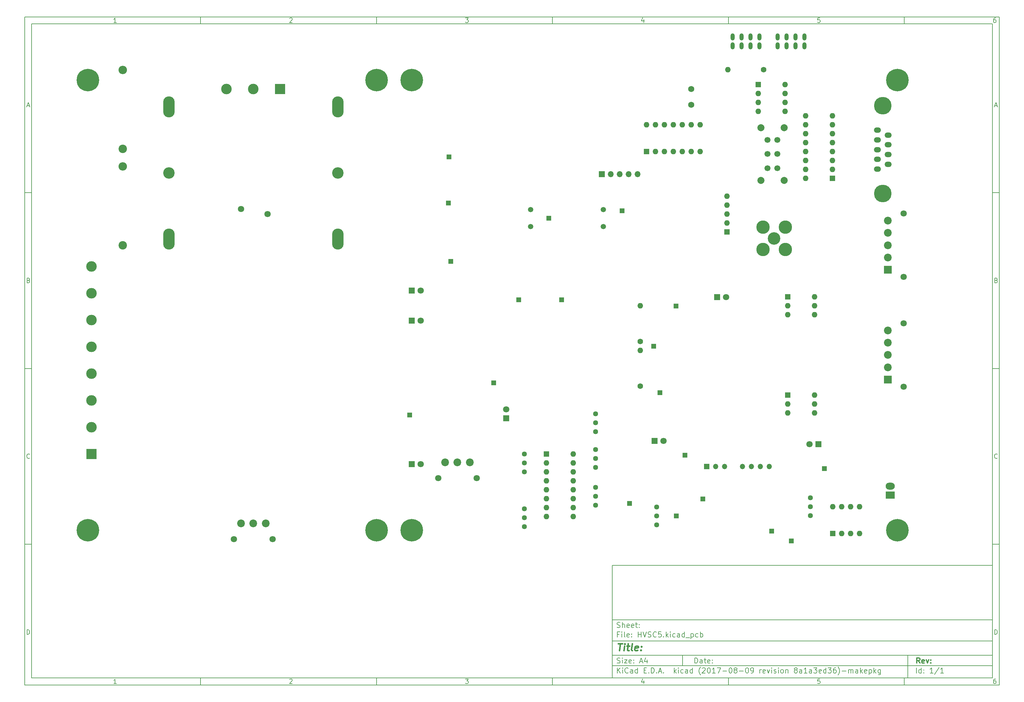
<source format=gbr>
G04 #@! TF.GenerationSoftware,KiCad,Pcbnew,(2017-08-09 revision 8a1a3ed36)-makepkg*
G04 #@! TF.CreationDate,2018-07-12T11:09:50+02:00*
G04 #@! TF.ProjectId,HVSC5,48565343352E6B696361645F70636200,rev?*
G04 #@! TF.SameCoordinates,Original*
G04 #@! TF.FileFunction,Soldermask,Bot*
G04 #@! TF.FilePolarity,Negative*
%FSLAX46Y46*%
G04 Gerber Fmt 4.6, Leading zero omitted, Abs format (unit mm)*
G04 Created by KiCad (PCBNEW (2017-08-09 revision 8a1a3ed36)-makepkg) date 07/12/18 11:09:50*
%MOMM*%
%LPD*%
G01*
G04 APERTURE LIST*
%ADD10C,0.100000*%
%ADD11C,0.150000*%
%ADD12C,0.300000*%
%ADD13C,0.400000*%
%ADD14O,2.400000X2.400000*%
%ADD15C,2.400000*%
%ADD16C,1.750000*%
%ADD17R,1.350000X1.350000*%
%ADD18C,2.000000*%
%ADD19C,1.700000*%
%ADD20C,1.440000*%
%ADD21O,1.600000X1.600000*%
%ADD22R,1.600000X1.600000*%
%ADD23C,1.600000*%
%ADD24C,2.200000*%
%ADD25R,2.200000X2.200000*%
%ADD26C,1.800000*%
%ADD27O,1.700000X1.700000*%
%ADD28R,1.700000X1.700000*%
%ADD29O,2.600000X2.000000*%
%ADD30R,2.600000X2.000000*%
%ADD31R,1.800000X1.800000*%
%ADD32C,3.250000*%
%ADD33O,3.250000X6.000000*%
%ADD34C,6.400000*%
%ADD35C,0.800000*%
%ADD36C,3.810000*%
%ADD37C,3.556000*%
%ADD38C,5.001260*%
%ADD39O,1.998980X1.501140*%
%ADD40R,3.000000X3.000000*%
%ADD41C,3.000000*%
%ADD42O,1.200000X2.000000*%
%ADD43O,1.500000X1.500000*%
%ADD44R,1.500000X1.500000*%
%ADD45C,1.500000*%
G04 APERTURE END LIST*
D10*
D11*
X177002200Y-166007200D02*
X177002200Y-198007200D01*
X285002200Y-198007200D01*
X285002200Y-166007200D01*
X177002200Y-166007200D01*
D10*
D11*
X10000000Y-10000000D02*
X10000000Y-200007200D01*
X287002200Y-200007200D01*
X287002200Y-10000000D01*
X10000000Y-10000000D01*
D10*
D11*
X12000000Y-12000000D02*
X12000000Y-198007200D01*
X285002200Y-198007200D01*
X285002200Y-12000000D01*
X12000000Y-12000000D01*
D10*
D11*
X60000000Y-12000000D02*
X60000000Y-10000000D01*
D10*
D11*
X110000000Y-12000000D02*
X110000000Y-10000000D01*
D10*
D11*
X160000000Y-12000000D02*
X160000000Y-10000000D01*
D10*
D11*
X210000000Y-12000000D02*
X210000000Y-10000000D01*
D10*
D11*
X260000000Y-12000000D02*
X260000000Y-10000000D01*
D10*
D11*
X36065476Y-11588095D02*
X35322619Y-11588095D01*
X35694047Y-11588095D02*
X35694047Y-10288095D01*
X35570238Y-10473809D01*
X35446428Y-10597619D01*
X35322619Y-10659523D01*
D10*
D11*
X85322619Y-10411904D02*
X85384523Y-10350000D01*
X85508333Y-10288095D01*
X85817857Y-10288095D01*
X85941666Y-10350000D01*
X86003571Y-10411904D01*
X86065476Y-10535714D01*
X86065476Y-10659523D01*
X86003571Y-10845238D01*
X85260714Y-11588095D01*
X86065476Y-11588095D01*
D10*
D11*
X135260714Y-10288095D02*
X136065476Y-10288095D01*
X135632142Y-10783333D01*
X135817857Y-10783333D01*
X135941666Y-10845238D01*
X136003571Y-10907142D01*
X136065476Y-11030952D01*
X136065476Y-11340476D01*
X136003571Y-11464285D01*
X135941666Y-11526190D01*
X135817857Y-11588095D01*
X135446428Y-11588095D01*
X135322619Y-11526190D01*
X135260714Y-11464285D01*
D10*
D11*
X185941666Y-10721428D02*
X185941666Y-11588095D01*
X185632142Y-10226190D02*
X185322619Y-11154761D01*
X186127380Y-11154761D01*
D10*
D11*
X236003571Y-10288095D02*
X235384523Y-10288095D01*
X235322619Y-10907142D01*
X235384523Y-10845238D01*
X235508333Y-10783333D01*
X235817857Y-10783333D01*
X235941666Y-10845238D01*
X236003571Y-10907142D01*
X236065476Y-11030952D01*
X236065476Y-11340476D01*
X236003571Y-11464285D01*
X235941666Y-11526190D01*
X235817857Y-11588095D01*
X235508333Y-11588095D01*
X235384523Y-11526190D01*
X235322619Y-11464285D01*
D10*
D11*
X285941666Y-10288095D02*
X285694047Y-10288095D01*
X285570238Y-10350000D01*
X285508333Y-10411904D01*
X285384523Y-10597619D01*
X285322619Y-10845238D01*
X285322619Y-11340476D01*
X285384523Y-11464285D01*
X285446428Y-11526190D01*
X285570238Y-11588095D01*
X285817857Y-11588095D01*
X285941666Y-11526190D01*
X286003571Y-11464285D01*
X286065476Y-11340476D01*
X286065476Y-11030952D01*
X286003571Y-10907142D01*
X285941666Y-10845238D01*
X285817857Y-10783333D01*
X285570238Y-10783333D01*
X285446428Y-10845238D01*
X285384523Y-10907142D01*
X285322619Y-11030952D01*
D10*
D11*
X60000000Y-198007200D02*
X60000000Y-200007200D01*
D10*
D11*
X110000000Y-198007200D02*
X110000000Y-200007200D01*
D10*
D11*
X160000000Y-198007200D02*
X160000000Y-200007200D01*
D10*
D11*
X210000000Y-198007200D02*
X210000000Y-200007200D01*
D10*
D11*
X260000000Y-198007200D02*
X260000000Y-200007200D01*
D10*
D11*
X36065476Y-199595295D02*
X35322619Y-199595295D01*
X35694047Y-199595295D02*
X35694047Y-198295295D01*
X35570238Y-198481009D01*
X35446428Y-198604819D01*
X35322619Y-198666723D01*
D10*
D11*
X85322619Y-198419104D02*
X85384523Y-198357200D01*
X85508333Y-198295295D01*
X85817857Y-198295295D01*
X85941666Y-198357200D01*
X86003571Y-198419104D01*
X86065476Y-198542914D01*
X86065476Y-198666723D01*
X86003571Y-198852438D01*
X85260714Y-199595295D01*
X86065476Y-199595295D01*
D10*
D11*
X135260714Y-198295295D02*
X136065476Y-198295295D01*
X135632142Y-198790533D01*
X135817857Y-198790533D01*
X135941666Y-198852438D01*
X136003571Y-198914342D01*
X136065476Y-199038152D01*
X136065476Y-199347676D01*
X136003571Y-199471485D01*
X135941666Y-199533390D01*
X135817857Y-199595295D01*
X135446428Y-199595295D01*
X135322619Y-199533390D01*
X135260714Y-199471485D01*
D10*
D11*
X185941666Y-198728628D02*
X185941666Y-199595295D01*
X185632142Y-198233390D02*
X185322619Y-199161961D01*
X186127380Y-199161961D01*
D10*
D11*
X236003571Y-198295295D02*
X235384523Y-198295295D01*
X235322619Y-198914342D01*
X235384523Y-198852438D01*
X235508333Y-198790533D01*
X235817857Y-198790533D01*
X235941666Y-198852438D01*
X236003571Y-198914342D01*
X236065476Y-199038152D01*
X236065476Y-199347676D01*
X236003571Y-199471485D01*
X235941666Y-199533390D01*
X235817857Y-199595295D01*
X235508333Y-199595295D01*
X235384523Y-199533390D01*
X235322619Y-199471485D01*
D10*
D11*
X285941666Y-198295295D02*
X285694047Y-198295295D01*
X285570238Y-198357200D01*
X285508333Y-198419104D01*
X285384523Y-198604819D01*
X285322619Y-198852438D01*
X285322619Y-199347676D01*
X285384523Y-199471485D01*
X285446428Y-199533390D01*
X285570238Y-199595295D01*
X285817857Y-199595295D01*
X285941666Y-199533390D01*
X286003571Y-199471485D01*
X286065476Y-199347676D01*
X286065476Y-199038152D01*
X286003571Y-198914342D01*
X285941666Y-198852438D01*
X285817857Y-198790533D01*
X285570238Y-198790533D01*
X285446428Y-198852438D01*
X285384523Y-198914342D01*
X285322619Y-199038152D01*
D10*
D11*
X10000000Y-60000000D02*
X12000000Y-60000000D01*
D10*
D11*
X10000000Y-110000000D02*
X12000000Y-110000000D01*
D10*
D11*
X10000000Y-160000000D02*
X12000000Y-160000000D01*
D10*
D11*
X10690476Y-35216666D02*
X11309523Y-35216666D01*
X10566666Y-35588095D02*
X11000000Y-34288095D01*
X11433333Y-35588095D01*
D10*
D11*
X11092857Y-84907142D02*
X11278571Y-84969047D01*
X11340476Y-85030952D01*
X11402380Y-85154761D01*
X11402380Y-85340476D01*
X11340476Y-85464285D01*
X11278571Y-85526190D01*
X11154761Y-85588095D01*
X10659523Y-85588095D01*
X10659523Y-84288095D01*
X11092857Y-84288095D01*
X11216666Y-84350000D01*
X11278571Y-84411904D01*
X11340476Y-84535714D01*
X11340476Y-84659523D01*
X11278571Y-84783333D01*
X11216666Y-84845238D01*
X11092857Y-84907142D01*
X10659523Y-84907142D01*
D10*
D11*
X11402380Y-135464285D02*
X11340476Y-135526190D01*
X11154761Y-135588095D01*
X11030952Y-135588095D01*
X10845238Y-135526190D01*
X10721428Y-135402380D01*
X10659523Y-135278571D01*
X10597619Y-135030952D01*
X10597619Y-134845238D01*
X10659523Y-134597619D01*
X10721428Y-134473809D01*
X10845238Y-134350000D01*
X11030952Y-134288095D01*
X11154761Y-134288095D01*
X11340476Y-134350000D01*
X11402380Y-134411904D01*
D10*
D11*
X10659523Y-185588095D02*
X10659523Y-184288095D01*
X10969047Y-184288095D01*
X11154761Y-184350000D01*
X11278571Y-184473809D01*
X11340476Y-184597619D01*
X11402380Y-184845238D01*
X11402380Y-185030952D01*
X11340476Y-185278571D01*
X11278571Y-185402380D01*
X11154761Y-185526190D01*
X10969047Y-185588095D01*
X10659523Y-185588095D01*
D10*
D11*
X287002200Y-60000000D02*
X285002200Y-60000000D01*
D10*
D11*
X287002200Y-110000000D02*
X285002200Y-110000000D01*
D10*
D11*
X287002200Y-160000000D02*
X285002200Y-160000000D01*
D10*
D11*
X285692676Y-35216666D02*
X286311723Y-35216666D01*
X285568866Y-35588095D02*
X286002200Y-34288095D01*
X286435533Y-35588095D01*
D10*
D11*
X286095057Y-84907142D02*
X286280771Y-84969047D01*
X286342676Y-85030952D01*
X286404580Y-85154761D01*
X286404580Y-85340476D01*
X286342676Y-85464285D01*
X286280771Y-85526190D01*
X286156961Y-85588095D01*
X285661723Y-85588095D01*
X285661723Y-84288095D01*
X286095057Y-84288095D01*
X286218866Y-84350000D01*
X286280771Y-84411904D01*
X286342676Y-84535714D01*
X286342676Y-84659523D01*
X286280771Y-84783333D01*
X286218866Y-84845238D01*
X286095057Y-84907142D01*
X285661723Y-84907142D01*
D10*
D11*
X286404580Y-135464285D02*
X286342676Y-135526190D01*
X286156961Y-135588095D01*
X286033152Y-135588095D01*
X285847438Y-135526190D01*
X285723628Y-135402380D01*
X285661723Y-135278571D01*
X285599819Y-135030952D01*
X285599819Y-134845238D01*
X285661723Y-134597619D01*
X285723628Y-134473809D01*
X285847438Y-134350000D01*
X286033152Y-134288095D01*
X286156961Y-134288095D01*
X286342676Y-134350000D01*
X286404580Y-134411904D01*
D10*
D11*
X285661723Y-185588095D02*
X285661723Y-184288095D01*
X285971247Y-184288095D01*
X286156961Y-184350000D01*
X286280771Y-184473809D01*
X286342676Y-184597619D01*
X286404580Y-184845238D01*
X286404580Y-185030952D01*
X286342676Y-185278571D01*
X286280771Y-185402380D01*
X286156961Y-185526190D01*
X285971247Y-185588095D01*
X285661723Y-185588095D01*
D10*
D11*
X200434342Y-193785771D02*
X200434342Y-192285771D01*
X200791485Y-192285771D01*
X201005771Y-192357200D01*
X201148628Y-192500057D01*
X201220057Y-192642914D01*
X201291485Y-192928628D01*
X201291485Y-193142914D01*
X201220057Y-193428628D01*
X201148628Y-193571485D01*
X201005771Y-193714342D01*
X200791485Y-193785771D01*
X200434342Y-193785771D01*
X202577200Y-193785771D02*
X202577200Y-193000057D01*
X202505771Y-192857200D01*
X202362914Y-192785771D01*
X202077200Y-192785771D01*
X201934342Y-192857200D01*
X202577200Y-193714342D02*
X202434342Y-193785771D01*
X202077200Y-193785771D01*
X201934342Y-193714342D01*
X201862914Y-193571485D01*
X201862914Y-193428628D01*
X201934342Y-193285771D01*
X202077200Y-193214342D01*
X202434342Y-193214342D01*
X202577200Y-193142914D01*
X203077200Y-192785771D02*
X203648628Y-192785771D01*
X203291485Y-192285771D02*
X203291485Y-193571485D01*
X203362914Y-193714342D01*
X203505771Y-193785771D01*
X203648628Y-193785771D01*
X204720057Y-193714342D02*
X204577200Y-193785771D01*
X204291485Y-193785771D01*
X204148628Y-193714342D01*
X204077200Y-193571485D01*
X204077200Y-193000057D01*
X204148628Y-192857200D01*
X204291485Y-192785771D01*
X204577200Y-192785771D01*
X204720057Y-192857200D01*
X204791485Y-193000057D01*
X204791485Y-193142914D01*
X204077200Y-193285771D01*
X205434342Y-193642914D02*
X205505771Y-193714342D01*
X205434342Y-193785771D01*
X205362914Y-193714342D01*
X205434342Y-193642914D01*
X205434342Y-193785771D01*
X205434342Y-192857200D02*
X205505771Y-192928628D01*
X205434342Y-193000057D01*
X205362914Y-192928628D01*
X205434342Y-192857200D01*
X205434342Y-193000057D01*
D10*
D11*
X177002200Y-194507200D02*
X285002200Y-194507200D01*
D10*
D11*
X178434342Y-196585771D02*
X178434342Y-195085771D01*
X179291485Y-196585771D02*
X178648628Y-195728628D01*
X179291485Y-195085771D02*
X178434342Y-195942914D01*
X179934342Y-196585771D02*
X179934342Y-195585771D01*
X179934342Y-195085771D02*
X179862914Y-195157200D01*
X179934342Y-195228628D01*
X180005771Y-195157200D01*
X179934342Y-195085771D01*
X179934342Y-195228628D01*
X181505771Y-196442914D02*
X181434342Y-196514342D01*
X181220057Y-196585771D01*
X181077200Y-196585771D01*
X180862914Y-196514342D01*
X180720057Y-196371485D01*
X180648628Y-196228628D01*
X180577200Y-195942914D01*
X180577200Y-195728628D01*
X180648628Y-195442914D01*
X180720057Y-195300057D01*
X180862914Y-195157200D01*
X181077200Y-195085771D01*
X181220057Y-195085771D01*
X181434342Y-195157200D01*
X181505771Y-195228628D01*
X182791485Y-196585771D02*
X182791485Y-195800057D01*
X182720057Y-195657200D01*
X182577200Y-195585771D01*
X182291485Y-195585771D01*
X182148628Y-195657200D01*
X182791485Y-196514342D02*
X182648628Y-196585771D01*
X182291485Y-196585771D01*
X182148628Y-196514342D01*
X182077200Y-196371485D01*
X182077200Y-196228628D01*
X182148628Y-196085771D01*
X182291485Y-196014342D01*
X182648628Y-196014342D01*
X182791485Y-195942914D01*
X184148628Y-196585771D02*
X184148628Y-195085771D01*
X184148628Y-196514342D02*
X184005771Y-196585771D01*
X183720057Y-196585771D01*
X183577200Y-196514342D01*
X183505771Y-196442914D01*
X183434342Y-196300057D01*
X183434342Y-195871485D01*
X183505771Y-195728628D01*
X183577200Y-195657200D01*
X183720057Y-195585771D01*
X184005771Y-195585771D01*
X184148628Y-195657200D01*
X186005771Y-195800057D02*
X186505771Y-195800057D01*
X186720057Y-196585771D02*
X186005771Y-196585771D01*
X186005771Y-195085771D01*
X186720057Y-195085771D01*
X187362914Y-196442914D02*
X187434342Y-196514342D01*
X187362914Y-196585771D01*
X187291485Y-196514342D01*
X187362914Y-196442914D01*
X187362914Y-196585771D01*
X188077200Y-196585771D02*
X188077200Y-195085771D01*
X188434342Y-195085771D01*
X188648628Y-195157200D01*
X188791485Y-195300057D01*
X188862914Y-195442914D01*
X188934342Y-195728628D01*
X188934342Y-195942914D01*
X188862914Y-196228628D01*
X188791485Y-196371485D01*
X188648628Y-196514342D01*
X188434342Y-196585771D01*
X188077200Y-196585771D01*
X189577200Y-196442914D02*
X189648628Y-196514342D01*
X189577200Y-196585771D01*
X189505771Y-196514342D01*
X189577200Y-196442914D01*
X189577200Y-196585771D01*
X190220057Y-196157200D02*
X190934342Y-196157200D01*
X190077200Y-196585771D02*
X190577200Y-195085771D01*
X191077200Y-196585771D01*
X191577200Y-196442914D02*
X191648628Y-196514342D01*
X191577200Y-196585771D01*
X191505771Y-196514342D01*
X191577200Y-196442914D01*
X191577200Y-196585771D01*
X194577200Y-196585771D02*
X194577200Y-195085771D01*
X194720057Y-196014342D02*
X195148628Y-196585771D01*
X195148628Y-195585771D02*
X194577200Y-196157200D01*
X195791485Y-196585771D02*
X195791485Y-195585771D01*
X195791485Y-195085771D02*
X195720057Y-195157200D01*
X195791485Y-195228628D01*
X195862914Y-195157200D01*
X195791485Y-195085771D01*
X195791485Y-195228628D01*
X197148628Y-196514342D02*
X197005771Y-196585771D01*
X196720057Y-196585771D01*
X196577200Y-196514342D01*
X196505771Y-196442914D01*
X196434342Y-196300057D01*
X196434342Y-195871485D01*
X196505771Y-195728628D01*
X196577200Y-195657200D01*
X196720057Y-195585771D01*
X197005771Y-195585771D01*
X197148628Y-195657200D01*
X198434342Y-196585771D02*
X198434342Y-195800057D01*
X198362914Y-195657200D01*
X198220057Y-195585771D01*
X197934342Y-195585771D01*
X197791485Y-195657200D01*
X198434342Y-196514342D02*
X198291485Y-196585771D01*
X197934342Y-196585771D01*
X197791485Y-196514342D01*
X197720057Y-196371485D01*
X197720057Y-196228628D01*
X197791485Y-196085771D01*
X197934342Y-196014342D01*
X198291485Y-196014342D01*
X198434342Y-195942914D01*
X199791485Y-196585771D02*
X199791485Y-195085771D01*
X199791485Y-196514342D02*
X199648628Y-196585771D01*
X199362914Y-196585771D01*
X199220057Y-196514342D01*
X199148628Y-196442914D01*
X199077200Y-196300057D01*
X199077200Y-195871485D01*
X199148628Y-195728628D01*
X199220057Y-195657200D01*
X199362914Y-195585771D01*
X199648628Y-195585771D01*
X199791485Y-195657200D01*
X202077200Y-197157200D02*
X202005771Y-197085771D01*
X201862914Y-196871485D01*
X201791485Y-196728628D01*
X201720057Y-196514342D01*
X201648628Y-196157200D01*
X201648628Y-195871485D01*
X201720057Y-195514342D01*
X201791485Y-195300057D01*
X201862914Y-195157200D01*
X202005771Y-194942914D01*
X202077200Y-194871485D01*
X202577200Y-195228628D02*
X202648628Y-195157200D01*
X202791485Y-195085771D01*
X203148628Y-195085771D01*
X203291485Y-195157200D01*
X203362914Y-195228628D01*
X203434342Y-195371485D01*
X203434342Y-195514342D01*
X203362914Y-195728628D01*
X202505771Y-196585771D01*
X203434342Y-196585771D01*
X204362914Y-195085771D02*
X204505771Y-195085771D01*
X204648628Y-195157200D01*
X204720057Y-195228628D01*
X204791485Y-195371485D01*
X204862914Y-195657200D01*
X204862914Y-196014342D01*
X204791485Y-196300057D01*
X204720057Y-196442914D01*
X204648628Y-196514342D01*
X204505771Y-196585771D01*
X204362914Y-196585771D01*
X204220057Y-196514342D01*
X204148628Y-196442914D01*
X204077200Y-196300057D01*
X204005771Y-196014342D01*
X204005771Y-195657200D01*
X204077200Y-195371485D01*
X204148628Y-195228628D01*
X204220057Y-195157200D01*
X204362914Y-195085771D01*
X206291485Y-196585771D02*
X205434342Y-196585771D01*
X205862914Y-196585771D02*
X205862914Y-195085771D01*
X205720057Y-195300057D01*
X205577200Y-195442914D01*
X205434342Y-195514342D01*
X206791485Y-195085771D02*
X207791485Y-195085771D01*
X207148628Y-196585771D01*
X208362914Y-196014342D02*
X209505771Y-196014342D01*
X210505771Y-195085771D02*
X210648628Y-195085771D01*
X210791485Y-195157200D01*
X210862914Y-195228628D01*
X210934342Y-195371485D01*
X211005771Y-195657200D01*
X211005771Y-196014342D01*
X210934342Y-196300057D01*
X210862914Y-196442914D01*
X210791485Y-196514342D01*
X210648628Y-196585771D01*
X210505771Y-196585771D01*
X210362914Y-196514342D01*
X210291485Y-196442914D01*
X210220057Y-196300057D01*
X210148628Y-196014342D01*
X210148628Y-195657200D01*
X210220057Y-195371485D01*
X210291485Y-195228628D01*
X210362914Y-195157200D01*
X210505771Y-195085771D01*
X211862914Y-195728628D02*
X211720057Y-195657200D01*
X211648628Y-195585771D01*
X211577200Y-195442914D01*
X211577200Y-195371485D01*
X211648628Y-195228628D01*
X211720057Y-195157200D01*
X211862914Y-195085771D01*
X212148628Y-195085771D01*
X212291485Y-195157200D01*
X212362914Y-195228628D01*
X212434342Y-195371485D01*
X212434342Y-195442914D01*
X212362914Y-195585771D01*
X212291485Y-195657200D01*
X212148628Y-195728628D01*
X211862914Y-195728628D01*
X211720057Y-195800057D01*
X211648628Y-195871485D01*
X211577200Y-196014342D01*
X211577200Y-196300057D01*
X211648628Y-196442914D01*
X211720057Y-196514342D01*
X211862914Y-196585771D01*
X212148628Y-196585771D01*
X212291485Y-196514342D01*
X212362914Y-196442914D01*
X212434342Y-196300057D01*
X212434342Y-196014342D01*
X212362914Y-195871485D01*
X212291485Y-195800057D01*
X212148628Y-195728628D01*
X213077200Y-196014342D02*
X214220057Y-196014342D01*
X215220057Y-195085771D02*
X215362914Y-195085771D01*
X215505771Y-195157200D01*
X215577200Y-195228628D01*
X215648628Y-195371485D01*
X215720057Y-195657200D01*
X215720057Y-196014342D01*
X215648628Y-196300057D01*
X215577200Y-196442914D01*
X215505771Y-196514342D01*
X215362914Y-196585771D01*
X215220057Y-196585771D01*
X215077200Y-196514342D01*
X215005771Y-196442914D01*
X214934342Y-196300057D01*
X214862914Y-196014342D01*
X214862914Y-195657200D01*
X214934342Y-195371485D01*
X215005771Y-195228628D01*
X215077200Y-195157200D01*
X215220057Y-195085771D01*
X216434342Y-196585771D02*
X216720057Y-196585771D01*
X216862914Y-196514342D01*
X216934342Y-196442914D01*
X217077200Y-196228628D01*
X217148628Y-195942914D01*
X217148628Y-195371485D01*
X217077200Y-195228628D01*
X217005771Y-195157200D01*
X216862914Y-195085771D01*
X216577200Y-195085771D01*
X216434342Y-195157200D01*
X216362914Y-195228628D01*
X216291485Y-195371485D01*
X216291485Y-195728628D01*
X216362914Y-195871485D01*
X216434342Y-195942914D01*
X216577200Y-196014342D01*
X216862914Y-196014342D01*
X217005771Y-195942914D01*
X217077200Y-195871485D01*
X217148628Y-195728628D01*
X218934342Y-196585771D02*
X218934342Y-195585771D01*
X218934342Y-195871485D02*
X219005771Y-195728628D01*
X219077200Y-195657200D01*
X219220057Y-195585771D01*
X219362914Y-195585771D01*
X220434342Y-196514342D02*
X220291485Y-196585771D01*
X220005771Y-196585771D01*
X219862914Y-196514342D01*
X219791485Y-196371485D01*
X219791485Y-195800057D01*
X219862914Y-195657200D01*
X220005771Y-195585771D01*
X220291485Y-195585771D01*
X220434342Y-195657200D01*
X220505771Y-195800057D01*
X220505771Y-195942914D01*
X219791485Y-196085771D01*
X221005771Y-195585771D02*
X221362914Y-196585771D01*
X221720057Y-195585771D01*
X222291485Y-196585771D02*
X222291485Y-195585771D01*
X222291485Y-195085771D02*
X222220057Y-195157200D01*
X222291485Y-195228628D01*
X222362914Y-195157200D01*
X222291485Y-195085771D01*
X222291485Y-195228628D01*
X222934342Y-196514342D02*
X223077200Y-196585771D01*
X223362914Y-196585771D01*
X223505771Y-196514342D01*
X223577200Y-196371485D01*
X223577200Y-196300057D01*
X223505771Y-196157200D01*
X223362914Y-196085771D01*
X223148628Y-196085771D01*
X223005771Y-196014342D01*
X222934342Y-195871485D01*
X222934342Y-195800057D01*
X223005771Y-195657200D01*
X223148628Y-195585771D01*
X223362914Y-195585771D01*
X223505771Y-195657200D01*
X224220057Y-196585771D02*
X224220057Y-195585771D01*
X224220057Y-195085771D02*
X224148628Y-195157200D01*
X224220057Y-195228628D01*
X224291485Y-195157200D01*
X224220057Y-195085771D01*
X224220057Y-195228628D01*
X225148628Y-196585771D02*
X225005771Y-196514342D01*
X224934342Y-196442914D01*
X224862914Y-196300057D01*
X224862914Y-195871485D01*
X224934342Y-195728628D01*
X225005771Y-195657200D01*
X225148628Y-195585771D01*
X225362914Y-195585771D01*
X225505771Y-195657200D01*
X225577200Y-195728628D01*
X225648628Y-195871485D01*
X225648628Y-196300057D01*
X225577200Y-196442914D01*
X225505771Y-196514342D01*
X225362914Y-196585771D01*
X225148628Y-196585771D01*
X226291485Y-195585771D02*
X226291485Y-196585771D01*
X226291485Y-195728628D02*
X226362914Y-195657200D01*
X226505771Y-195585771D01*
X226720057Y-195585771D01*
X226862914Y-195657200D01*
X226934342Y-195800057D01*
X226934342Y-196585771D01*
X229005771Y-195728628D02*
X228862914Y-195657200D01*
X228791485Y-195585771D01*
X228720057Y-195442914D01*
X228720057Y-195371485D01*
X228791485Y-195228628D01*
X228862914Y-195157200D01*
X229005771Y-195085771D01*
X229291485Y-195085771D01*
X229434342Y-195157200D01*
X229505771Y-195228628D01*
X229577200Y-195371485D01*
X229577200Y-195442914D01*
X229505771Y-195585771D01*
X229434342Y-195657200D01*
X229291485Y-195728628D01*
X229005771Y-195728628D01*
X228862914Y-195800057D01*
X228791485Y-195871485D01*
X228720057Y-196014342D01*
X228720057Y-196300057D01*
X228791485Y-196442914D01*
X228862914Y-196514342D01*
X229005771Y-196585771D01*
X229291485Y-196585771D01*
X229434342Y-196514342D01*
X229505771Y-196442914D01*
X229577200Y-196300057D01*
X229577200Y-196014342D01*
X229505771Y-195871485D01*
X229434342Y-195800057D01*
X229291485Y-195728628D01*
X230862914Y-196585771D02*
X230862914Y-195800057D01*
X230791485Y-195657200D01*
X230648628Y-195585771D01*
X230362914Y-195585771D01*
X230220057Y-195657200D01*
X230862914Y-196514342D02*
X230720057Y-196585771D01*
X230362914Y-196585771D01*
X230220057Y-196514342D01*
X230148628Y-196371485D01*
X230148628Y-196228628D01*
X230220057Y-196085771D01*
X230362914Y-196014342D01*
X230720057Y-196014342D01*
X230862914Y-195942914D01*
X232362914Y-196585771D02*
X231505771Y-196585771D01*
X231934342Y-196585771D02*
X231934342Y-195085771D01*
X231791485Y-195300057D01*
X231648628Y-195442914D01*
X231505771Y-195514342D01*
X233648628Y-196585771D02*
X233648628Y-195800057D01*
X233577200Y-195657200D01*
X233434342Y-195585771D01*
X233148628Y-195585771D01*
X233005771Y-195657200D01*
X233648628Y-196514342D02*
X233505771Y-196585771D01*
X233148628Y-196585771D01*
X233005771Y-196514342D01*
X232934342Y-196371485D01*
X232934342Y-196228628D01*
X233005771Y-196085771D01*
X233148628Y-196014342D01*
X233505771Y-196014342D01*
X233648628Y-195942914D01*
X234220057Y-195085771D02*
X235148628Y-195085771D01*
X234648628Y-195657200D01*
X234862914Y-195657200D01*
X235005771Y-195728628D01*
X235077200Y-195800057D01*
X235148628Y-195942914D01*
X235148628Y-196300057D01*
X235077200Y-196442914D01*
X235005771Y-196514342D01*
X234862914Y-196585771D01*
X234434342Y-196585771D01*
X234291485Y-196514342D01*
X234220057Y-196442914D01*
X236362914Y-196514342D02*
X236220057Y-196585771D01*
X235934342Y-196585771D01*
X235791485Y-196514342D01*
X235720057Y-196371485D01*
X235720057Y-195800057D01*
X235791485Y-195657200D01*
X235934342Y-195585771D01*
X236220057Y-195585771D01*
X236362914Y-195657200D01*
X236434342Y-195800057D01*
X236434342Y-195942914D01*
X235720057Y-196085771D01*
X237720057Y-196585771D02*
X237720057Y-195085771D01*
X237720057Y-196514342D02*
X237577200Y-196585771D01*
X237291485Y-196585771D01*
X237148628Y-196514342D01*
X237077200Y-196442914D01*
X237005771Y-196300057D01*
X237005771Y-195871485D01*
X237077200Y-195728628D01*
X237148628Y-195657200D01*
X237291485Y-195585771D01*
X237577200Y-195585771D01*
X237720057Y-195657200D01*
X238291485Y-195085771D02*
X239220057Y-195085771D01*
X238720057Y-195657200D01*
X238934342Y-195657200D01*
X239077200Y-195728628D01*
X239148628Y-195800057D01*
X239220057Y-195942914D01*
X239220057Y-196300057D01*
X239148628Y-196442914D01*
X239077200Y-196514342D01*
X238934342Y-196585771D01*
X238505771Y-196585771D01*
X238362914Y-196514342D01*
X238291485Y-196442914D01*
X240505771Y-195085771D02*
X240220057Y-195085771D01*
X240077200Y-195157200D01*
X240005771Y-195228628D01*
X239862914Y-195442914D01*
X239791485Y-195728628D01*
X239791485Y-196300057D01*
X239862914Y-196442914D01*
X239934342Y-196514342D01*
X240077200Y-196585771D01*
X240362914Y-196585771D01*
X240505771Y-196514342D01*
X240577200Y-196442914D01*
X240648628Y-196300057D01*
X240648628Y-195942914D01*
X240577200Y-195800057D01*
X240505771Y-195728628D01*
X240362914Y-195657200D01*
X240077200Y-195657200D01*
X239934342Y-195728628D01*
X239862914Y-195800057D01*
X239791485Y-195942914D01*
X241148628Y-197157200D02*
X241220057Y-197085771D01*
X241362914Y-196871485D01*
X241434342Y-196728628D01*
X241505771Y-196514342D01*
X241577199Y-196157200D01*
X241577199Y-195871485D01*
X241505771Y-195514342D01*
X241434342Y-195300057D01*
X241362914Y-195157200D01*
X241220057Y-194942914D01*
X241148628Y-194871485D01*
X242291485Y-196014342D02*
X243434342Y-196014342D01*
X244148628Y-196585771D02*
X244148628Y-195585771D01*
X244148628Y-195728628D02*
X244220057Y-195657200D01*
X244362914Y-195585771D01*
X244577199Y-195585771D01*
X244720057Y-195657200D01*
X244791485Y-195800057D01*
X244791485Y-196585771D01*
X244791485Y-195800057D02*
X244862914Y-195657200D01*
X245005771Y-195585771D01*
X245220057Y-195585771D01*
X245362914Y-195657200D01*
X245434342Y-195800057D01*
X245434342Y-196585771D01*
X246791485Y-196585771D02*
X246791485Y-195800057D01*
X246720057Y-195657200D01*
X246577200Y-195585771D01*
X246291485Y-195585771D01*
X246148628Y-195657200D01*
X246791485Y-196514342D02*
X246648628Y-196585771D01*
X246291485Y-196585771D01*
X246148628Y-196514342D01*
X246077200Y-196371485D01*
X246077200Y-196228628D01*
X246148628Y-196085771D01*
X246291485Y-196014342D01*
X246648628Y-196014342D01*
X246791485Y-195942914D01*
X247505771Y-196585771D02*
X247505771Y-195085771D01*
X247648628Y-196014342D02*
X248077200Y-196585771D01*
X248077200Y-195585771D02*
X247505771Y-196157200D01*
X249291485Y-196514342D02*
X249148628Y-196585771D01*
X248862914Y-196585771D01*
X248720057Y-196514342D01*
X248648628Y-196371485D01*
X248648628Y-195800057D01*
X248720057Y-195657200D01*
X248862914Y-195585771D01*
X249148628Y-195585771D01*
X249291485Y-195657200D01*
X249362914Y-195800057D01*
X249362914Y-195942914D01*
X248648628Y-196085771D01*
X250005771Y-195585771D02*
X250005771Y-197085771D01*
X250005771Y-195657200D02*
X250148628Y-195585771D01*
X250434342Y-195585771D01*
X250577200Y-195657200D01*
X250648628Y-195728628D01*
X250720057Y-195871485D01*
X250720057Y-196300057D01*
X250648628Y-196442914D01*
X250577200Y-196514342D01*
X250434342Y-196585771D01*
X250148628Y-196585771D01*
X250005771Y-196514342D01*
X251362914Y-196585771D02*
X251362914Y-195085771D01*
X251505771Y-196014342D02*
X251934342Y-196585771D01*
X251934342Y-195585771D02*
X251362914Y-196157200D01*
X253220057Y-195585771D02*
X253220057Y-196800057D01*
X253148628Y-196942914D01*
X253077199Y-197014342D01*
X252934342Y-197085771D01*
X252720057Y-197085771D01*
X252577199Y-197014342D01*
X253220057Y-196514342D02*
X253077199Y-196585771D01*
X252791485Y-196585771D01*
X252648628Y-196514342D01*
X252577199Y-196442914D01*
X252505771Y-196300057D01*
X252505771Y-195871485D01*
X252577199Y-195728628D01*
X252648628Y-195657200D01*
X252791485Y-195585771D01*
X253077199Y-195585771D01*
X253220057Y-195657200D01*
D10*
D11*
X177002200Y-191507200D02*
X285002200Y-191507200D01*
D10*
D12*
X264411485Y-193785771D02*
X263911485Y-193071485D01*
X263554342Y-193785771D02*
X263554342Y-192285771D01*
X264125771Y-192285771D01*
X264268628Y-192357200D01*
X264340057Y-192428628D01*
X264411485Y-192571485D01*
X264411485Y-192785771D01*
X264340057Y-192928628D01*
X264268628Y-193000057D01*
X264125771Y-193071485D01*
X263554342Y-193071485D01*
X265625771Y-193714342D02*
X265482914Y-193785771D01*
X265197200Y-193785771D01*
X265054342Y-193714342D01*
X264982914Y-193571485D01*
X264982914Y-193000057D01*
X265054342Y-192857200D01*
X265197200Y-192785771D01*
X265482914Y-192785771D01*
X265625771Y-192857200D01*
X265697200Y-193000057D01*
X265697200Y-193142914D01*
X264982914Y-193285771D01*
X266197200Y-192785771D02*
X266554342Y-193785771D01*
X266911485Y-192785771D01*
X267482914Y-193642914D02*
X267554342Y-193714342D01*
X267482914Y-193785771D01*
X267411485Y-193714342D01*
X267482914Y-193642914D01*
X267482914Y-193785771D01*
X267482914Y-192857200D02*
X267554342Y-192928628D01*
X267482914Y-193000057D01*
X267411485Y-192928628D01*
X267482914Y-192857200D01*
X267482914Y-193000057D01*
D10*
D11*
X178362914Y-193714342D02*
X178577200Y-193785771D01*
X178934342Y-193785771D01*
X179077200Y-193714342D01*
X179148628Y-193642914D01*
X179220057Y-193500057D01*
X179220057Y-193357200D01*
X179148628Y-193214342D01*
X179077200Y-193142914D01*
X178934342Y-193071485D01*
X178648628Y-193000057D01*
X178505771Y-192928628D01*
X178434342Y-192857200D01*
X178362914Y-192714342D01*
X178362914Y-192571485D01*
X178434342Y-192428628D01*
X178505771Y-192357200D01*
X178648628Y-192285771D01*
X179005771Y-192285771D01*
X179220057Y-192357200D01*
X179862914Y-193785771D02*
X179862914Y-192785771D01*
X179862914Y-192285771D02*
X179791485Y-192357200D01*
X179862914Y-192428628D01*
X179934342Y-192357200D01*
X179862914Y-192285771D01*
X179862914Y-192428628D01*
X180434342Y-192785771D02*
X181220057Y-192785771D01*
X180434342Y-193785771D01*
X181220057Y-193785771D01*
X182362914Y-193714342D02*
X182220057Y-193785771D01*
X181934342Y-193785771D01*
X181791485Y-193714342D01*
X181720057Y-193571485D01*
X181720057Y-193000057D01*
X181791485Y-192857200D01*
X181934342Y-192785771D01*
X182220057Y-192785771D01*
X182362914Y-192857200D01*
X182434342Y-193000057D01*
X182434342Y-193142914D01*
X181720057Y-193285771D01*
X183077200Y-193642914D02*
X183148628Y-193714342D01*
X183077200Y-193785771D01*
X183005771Y-193714342D01*
X183077200Y-193642914D01*
X183077200Y-193785771D01*
X183077200Y-192857200D02*
X183148628Y-192928628D01*
X183077200Y-193000057D01*
X183005771Y-192928628D01*
X183077200Y-192857200D01*
X183077200Y-193000057D01*
X184862914Y-193357200D02*
X185577200Y-193357200D01*
X184720057Y-193785771D02*
X185220057Y-192285771D01*
X185720057Y-193785771D01*
X186862914Y-192785771D02*
X186862914Y-193785771D01*
X186505771Y-192214342D02*
X186148628Y-193285771D01*
X187077200Y-193285771D01*
D10*
D11*
X263434342Y-196585771D02*
X263434342Y-195085771D01*
X264791485Y-196585771D02*
X264791485Y-195085771D01*
X264791485Y-196514342D02*
X264648628Y-196585771D01*
X264362914Y-196585771D01*
X264220057Y-196514342D01*
X264148628Y-196442914D01*
X264077200Y-196300057D01*
X264077200Y-195871485D01*
X264148628Y-195728628D01*
X264220057Y-195657200D01*
X264362914Y-195585771D01*
X264648628Y-195585771D01*
X264791485Y-195657200D01*
X265505771Y-196442914D02*
X265577200Y-196514342D01*
X265505771Y-196585771D01*
X265434342Y-196514342D01*
X265505771Y-196442914D01*
X265505771Y-196585771D01*
X265505771Y-195657200D02*
X265577200Y-195728628D01*
X265505771Y-195800057D01*
X265434342Y-195728628D01*
X265505771Y-195657200D01*
X265505771Y-195800057D01*
X268148628Y-196585771D02*
X267291485Y-196585771D01*
X267720057Y-196585771D02*
X267720057Y-195085771D01*
X267577200Y-195300057D01*
X267434342Y-195442914D01*
X267291485Y-195514342D01*
X269862914Y-195014342D02*
X268577200Y-196942914D01*
X271148628Y-196585771D02*
X270291485Y-196585771D01*
X270720057Y-196585771D02*
X270720057Y-195085771D01*
X270577200Y-195300057D01*
X270434342Y-195442914D01*
X270291485Y-195514342D01*
D10*
D11*
X177002200Y-187507200D02*
X285002200Y-187507200D01*
D10*
D13*
X178714580Y-188211961D02*
X179857438Y-188211961D01*
X179036009Y-190211961D02*
X179286009Y-188211961D01*
X180274104Y-190211961D02*
X180440771Y-188878628D01*
X180524104Y-188211961D02*
X180416961Y-188307200D01*
X180500295Y-188402438D01*
X180607438Y-188307200D01*
X180524104Y-188211961D01*
X180500295Y-188402438D01*
X181107438Y-188878628D02*
X181869342Y-188878628D01*
X181476485Y-188211961D02*
X181262200Y-189926247D01*
X181333628Y-190116723D01*
X181512200Y-190211961D01*
X181702676Y-190211961D01*
X182655057Y-190211961D02*
X182476485Y-190116723D01*
X182405057Y-189926247D01*
X182619342Y-188211961D01*
X184190771Y-190116723D02*
X183988390Y-190211961D01*
X183607438Y-190211961D01*
X183428866Y-190116723D01*
X183357438Y-189926247D01*
X183452676Y-189164342D01*
X183571723Y-188973866D01*
X183774104Y-188878628D01*
X184155057Y-188878628D01*
X184333628Y-188973866D01*
X184405057Y-189164342D01*
X184381247Y-189354819D01*
X183405057Y-189545295D01*
X185155057Y-190021485D02*
X185238390Y-190116723D01*
X185131247Y-190211961D01*
X185047914Y-190116723D01*
X185155057Y-190021485D01*
X185131247Y-190211961D01*
X185286009Y-188973866D02*
X185369342Y-189069104D01*
X185262200Y-189164342D01*
X185178866Y-189069104D01*
X185286009Y-188973866D01*
X185262200Y-189164342D01*
D10*
D11*
X178934342Y-185600057D02*
X178434342Y-185600057D01*
X178434342Y-186385771D02*
X178434342Y-184885771D01*
X179148628Y-184885771D01*
X179720057Y-186385771D02*
X179720057Y-185385771D01*
X179720057Y-184885771D02*
X179648628Y-184957200D01*
X179720057Y-185028628D01*
X179791485Y-184957200D01*
X179720057Y-184885771D01*
X179720057Y-185028628D01*
X180648628Y-186385771D02*
X180505771Y-186314342D01*
X180434342Y-186171485D01*
X180434342Y-184885771D01*
X181791485Y-186314342D02*
X181648628Y-186385771D01*
X181362914Y-186385771D01*
X181220057Y-186314342D01*
X181148628Y-186171485D01*
X181148628Y-185600057D01*
X181220057Y-185457200D01*
X181362914Y-185385771D01*
X181648628Y-185385771D01*
X181791485Y-185457200D01*
X181862914Y-185600057D01*
X181862914Y-185742914D01*
X181148628Y-185885771D01*
X182505771Y-186242914D02*
X182577200Y-186314342D01*
X182505771Y-186385771D01*
X182434342Y-186314342D01*
X182505771Y-186242914D01*
X182505771Y-186385771D01*
X182505771Y-185457200D02*
X182577200Y-185528628D01*
X182505771Y-185600057D01*
X182434342Y-185528628D01*
X182505771Y-185457200D01*
X182505771Y-185600057D01*
X184362914Y-186385771D02*
X184362914Y-184885771D01*
X184362914Y-185600057D02*
X185220057Y-185600057D01*
X185220057Y-186385771D02*
X185220057Y-184885771D01*
X185720057Y-184885771D02*
X186220057Y-186385771D01*
X186720057Y-184885771D01*
X187148628Y-186314342D02*
X187362914Y-186385771D01*
X187720057Y-186385771D01*
X187862914Y-186314342D01*
X187934342Y-186242914D01*
X188005771Y-186100057D01*
X188005771Y-185957200D01*
X187934342Y-185814342D01*
X187862914Y-185742914D01*
X187720057Y-185671485D01*
X187434342Y-185600057D01*
X187291485Y-185528628D01*
X187220057Y-185457200D01*
X187148628Y-185314342D01*
X187148628Y-185171485D01*
X187220057Y-185028628D01*
X187291485Y-184957200D01*
X187434342Y-184885771D01*
X187791485Y-184885771D01*
X188005771Y-184957200D01*
X189505771Y-186242914D02*
X189434342Y-186314342D01*
X189220057Y-186385771D01*
X189077200Y-186385771D01*
X188862914Y-186314342D01*
X188720057Y-186171485D01*
X188648628Y-186028628D01*
X188577200Y-185742914D01*
X188577200Y-185528628D01*
X188648628Y-185242914D01*
X188720057Y-185100057D01*
X188862914Y-184957200D01*
X189077200Y-184885771D01*
X189220057Y-184885771D01*
X189434342Y-184957200D01*
X189505771Y-185028628D01*
X190862914Y-184885771D02*
X190148628Y-184885771D01*
X190077200Y-185600057D01*
X190148628Y-185528628D01*
X190291485Y-185457200D01*
X190648628Y-185457200D01*
X190791485Y-185528628D01*
X190862914Y-185600057D01*
X190934342Y-185742914D01*
X190934342Y-186100057D01*
X190862914Y-186242914D01*
X190791485Y-186314342D01*
X190648628Y-186385771D01*
X190291485Y-186385771D01*
X190148628Y-186314342D01*
X190077200Y-186242914D01*
X191577200Y-186242914D02*
X191648628Y-186314342D01*
X191577200Y-186385771D01*
X191505771Y-186314342D01*
X191577200Y-186242914D01*
X191577200Y-186385771D01*
X192291485Y-186385771D02*
X192291485Y-184885771D01*
X192434342Y-185814342D02*
X192862914Y-186385771D01*
X192862914Y-185385771D02*
X192291485Y-185957200D01*
X193505771Y-186385771D02*
X193505771Y-185385771D01*
X193505771Y-184885771D02*
X193434342Y-184957200D01*
X193505771Y-185028628D01*
X193577200Y-184957200D01*
X193505771Y-184885771D01*
X193505771Y-185028628D01*
X194862914Y-186314342D02*
X194720057Y-186385771D01*
X194434342Y-186385771D01*
X194291485Y-186314342D01*
X194220057Y-186242914D01*
X194148628Y-186100057D01*
X194148628Y-185671485D01*
X194220057Y-185528628D01*
X194291485Y-185457200D01*
X194434342Y-185385771D01*
X194720057Y-185385771D01*
X194862914Y-185457200D01*
X196148628Y-186385771D02*
X196148628Y-185600057D01*
X196077200Y-185457200D01*
X195934342Y-185385771D01*
X195648628Y-185385771D01*
X195505771Y-185457200D01*
X196148628Y-186314342D02*
X196005771Y-186385771D01*
X195648628Y-186385771D01*
X195505771Y-186314342D01*
X195434342Y-186171485D01*
X195434342Y-186028628D01*
X195505771Y-185885771D01*
X195648628Y-185814342D01*
X196005771Y-185814342D01*
X196148628Y-185742914D01*
X197505771Y-186385771D02*
X197505771Y-184885771D01*
X197505771Y-186314342D02*
X197362914Y-186385771D01*
X197077200Y-186385771D01*
X196934342Y-186314342D01*
X196862914Y-186242914D01*
X196791485Y-186100057D01*
X196791485Y-185671485D01*
X196862914Y-185528628D01*
X196934342Y-185457200D01*
X197077200Y-185385771D01*
X197362914Y-185385771D01*
X197505771Y-185457200D01*
X197862914Y-186528628D02*
X199005771Y-186528628D01*
X199362914Y-185385771D02*
X199362914Y-186885771D01*
X199362914Y-185457200D02*
X199505771Y-185385771D01*
X199791485Y-185385771D01*
X199934342Y-185457200D01*
X200005771Y-185528628D01*
X200077200Y-185671485D01*
X200077200Y-186100057D01*
X200005771Y-186242914D01*
X199934342Y-186314342D01*
X199791485Y-186385771D01*
X199505771Y-186385771D01*
X199362914Y-186314342D01*
X201362914Y-186314342D02*
X201220057Y-186385771D01*
X200934342Y-186385771D01*
X200791485Y-186314342D01*
X200720057Y-186242914D01*
X200648628Y-186100057D01*
X200648628Y-185671485D01*
X200720057Y-185528628D01*
X200791485Y-185457200D01*
X200934342Y-185385771D01*
X201220057Y-185385771D01*
X201362914Y-185457200D01*
X202005771Y-186385771D02*
X202005771Y-184885771D01*
X202005771Y-185457200D02*
X202148628Y-185385771D01*
X202434342Y-185385771D01*
X202577200Y-185457200D01*
X202648628Y-185528628D01*
X202720057Y-185671485D01*
X202720057Y-186100057D01*
X202648628Y-186242914D01*
X202577200Y-186314342D01*
X202434342Y-186385771D01*
X202148628Y-186385771D01*
X202005771Y-186314342D01*
D10*
D11*
X177002200Y-181507200D02*
X285002200Y-181507200D01*
D10*
D11*
X178362914Y-183614342D02*
X178577200Y-183685771D01*
X178934342Y-183685771D01*
X179077200Y-183614342D01*
X179148628Y-183542914D01*
X179220057Y-183400057D01*
X179220057Y-183257200D01*
X179148628Y-183114342D01*
X179077200Y-183042914D01*
X178934342Y-182971485D01*
X178648628Y-182900057D01*
X178505771Y-182828628D01*
X178434342Y-182757200D01*
X178362914Y-182614342D01*
X178362914Y-182471485D01*
X178434342Y-182328628D01*
X178505771Y-182257200D01*
X178648628Y-182185771D01*
X179005771Y-182185771D01*
X179220057Y-182257200D01*
X179862914Y-183685771D02*
X179862914Y-182185771D01*
X180505771Y-183685771D02*
X180505771Y-182900057D01*
X180434342Y-182757200D01*
X180291485Y-182685771D01*
X180077200Y-182685771D01*
X179934342Y-182757200D01*
X179862914Y-182828628D01*
X181791485Y-183614342D02*
X181648628Y-183685771D01*
X181362914Y-183685771D01*
X181220057Y-183614342D01*
X181148628Y-183471485D01*
X181148628Y-182900057D01*
X181220057Y-182757200D01*
X181362914Y-182685771D01*
X181648628Y-182685771D01*
X181791485Y-182757200D01*
X181862914Y-182900057D01*
X181862914Y-183042914D01*
X181148628Y-183185771D01*
X183077200Y-183614342D02*
X182934342Y-183685771D01*
X182648628Y-183685771D01*
X182505771Y-183614342D01*
X182434342Y-183471485D01*
X182434342Y-182900057D01*
X182505771Y-182757200D01*
X182648628Y-182685771D01*
X182934342Y-182685771D01*
X183077200Y-182757200D01*
X183148628Y-182900057D01*
X183148628Y-183042914D01*
X182434342Y-183185771D01*
X183577200Y-182685771D02*
X184148628Y-182685771D01*
X183791485Y-182185771D02*
X183791485Y-183471485D01*
X183862914Y-183614342D01*
X184005771Y-183685771D01*
X184148628Y-183685771D01*
X184648628Y-183542914D02*
X184720057Y-183614342D01*
X184648628Y-183685771D01*
X184577200Y-183614342D01*
X184648628Y-183542914D01*
X184648628Y-183685771D01*
X184648628Y-182757200D02*
X184720057Y-182828628D01*
X184648628Y-182900057D01*
X184577200Y-182828628D01*
X184648628Y-182757200D01*
X184648628Y-182900057D01*
D10*
D11*
X197002200Y-191507200D02*
X197002200Y-194507200D01*
D10*
D11*
X261002200Y-191507200D02*
X261002200Y-198007200D01*
D14*
X37846000Y-52530000D03*
D15*
X37846000Y-74930000D03*
D16*
X199390000Y-34980000D03*
X199390000Y-30480000D03*
D17*
X150368000Y-90424000D03*
X162560000Y-90424000D03*
D18*
X225800000Y-41500000D03*
X225800000Y-56500000D03*
X219200000Y-56500000D03*
X219200000Y-41500000D03*
D19*
X223900000Y-45000000D03*
X223900000Y-49000000D03*
X223900000Y-53000000D03*
X221100000Y-45000000D03*
X221100000Y-49000000D03*
X221100000Y-53000000D03*
D20*
X172240000Y-143824000D03*
X172240000Y-146364000D03*
X172240000Y-148904000D03*
D21*
X231950000Y-55880000D03*
X239570000Y-38100000D03*
X231950000Y-53340000D03*
X239570000Y-40640000D03*
X231950000Y-50800000D03*
X239570000Y-43180000D03*
X231950000Y-48260000D03*
X239570000Y-45720000D03*
X231950000Y-45720000D03*
X239570000Y-48260000D03*
X231950000Y-43180000D03*
X239570000Y-50800000D03*
X231950000Y-40640000D03*
X239570000Y-53340000D03*
X231950000Y-38100000D03*
D22*
X239570000Y-55880000D03*
X226870000Y-117570000D03*
D21*
X234490000Y-122650000D03*
X226870000Y-120110000D03*
X234490000Y-120110000D03*
X226870000Y-122650000D03*
X234490000Y-117570000D03*
X234490000Y-89630000D03*
X226870000Y-94710000D03*
X234490000Y-92170000D03*
X226870000Y-92170000D03*
X234490000Y-94710000D03*
D22*
X226870000Y-89630000D03*
D21*
X226060000Y-29210000D03*
X218440000Y-36830000D03*
X226060000Y-31750000D03*
X218440000Y-34290000D03*
X226060000Y-34290000D03*
X218440000Y-31750000D03*
X226060000Y-36830000D03*
D22*
X218440000Y-29210000D03*
D21*
X209840000Y-25000000D03*
D23*
X220000000Y-25000000D03*
D24*
X255270000Y-99140000D03*
D25*
X255270000Y-113140000D03*
D26*
X259770000Y-97140000D03*
X259770000Y-115140000D03*
D24*
X255270000Y-102640000D03*
X255270000Y-106140000D03*
X255270000Y-109640000D03*
D21*
X186690000Y-40640000D03*
X201930000Y-48260000D03*
X189230000Y-40640000D03*
X199390000Y-48260000D03*
X191770000Y-40640000D03*
X196850000Y-48260000D03*
X194310000Y-40640000D03*
X194310000Y-48260000D03*
X196850000Y-40640000D03*
X191770000Y-48260000D03*
X199390000Y-40640000D03*
X189230000Y-48260000D03*
X201930000Y-40640000D03*
D22*
X186690000Y-48260000D03*
D24*
X255270000Y-67930000D03*
D25*
X255270000Y-81930000D03*
D26*
X259770000Y-65930000D03*
X259770000Y-83930000D03*
D24*
X255270000Y-71430000D03*
X255270000Y-74930000D03*
X255270000Y-78430000D03*
D27*
X184150000Y-54690000D03*
X181610000Y-54690000D03*
X179070000Y-54690000D03*
X176530000Y-54690000D03*
D28*
X173990000Y-54690000D03*
D23*
X184960000Y-115030000D03*
D21*
X184960000Y-104870000D03*
X184960000Y-92170000D03*
D23*
X184960000Y-102330000D03*
D21*
X239634000Y-149320000D03*
X247254000Y-156940000D03*
X242174000Y-149320000D03*
X244714000Y-156940000D03*
X244714000Y-149320000D03*
X242174000Y-156940000D03*
X247254000Y-149320000D03*
D22*
X239634000Y-156940000D03*
D29*
X256000000Y-143460000D03*
D30*
X256000000Y-146000000D03*
D26*
X122540000Y-96413826D03*
D31*
X120000000Y-96413826D03*
X120000000Y-87793826D03*
D26*
X122540000Y-87793826D03*
X122540000Y-137160000D03*
D31*
X120000000Y-137160000D03*
D26*
X233030000Y-131540000D03*
D31*
X235570000Y-131540000D03*
X146860000Y-124190000D03*
D26*
X146860000Y-121650000D03*
D31*
X188976000Y-130556000D03*
D26*
X191516000Y-130556000D03*
X209296000Y-89662000D03*
D31*
X206756000Y-89662000D03*
D32*
X99000000Y-54350000D03*
D33*
X99000000Y-35560000D03*
X99000000Y-73150000D03*
X51000000Y-73150000D03*
X51000000Y-35560000D03*
D32*
X51000000Y-54350000D03*
D34*
X28000000Y-156000000D03*
D35*
X30400000Y-156000000D03*
X29697056Y-157697056D03*
X28000000Y-158400000D03*
X26302944Y-157697056D03*
X25600000Y-156000000D03*
X26302944Y-154302944D03*
X28000000Y-153600000D03*
X29697056Y-154302944D03*
X121677056Y-154302944D03*
X119980000Y-153600000D03*
X118282944Y-154302944D03*
X117580000Y-156000000D03*
X118282944Y-157697056D03*
X119980000Y-158400000D03*
X121677056Y-157697056D03*
X122380000Y-156000000D03*
D34*
X119980000Y-156000000D03*
X110000000Y-156000000D03*
D35*
X112400000Y-156000000D03*
X111697056Y-157697056D03*
X110000000Y-158400000D03*
X108302944Y-157697056D03*
X107600000Y-156000000D03*
X108302944Y-154302944D03*
X110000000Y-153600000D03*
X111697056Y-154302944D03*
X29697056Y-26302944D03*
X28000000Y-25600000D03*
X26302944Y-26302944D03*
X25600000Y-28000000D03*
X26302944Y-29697056D03*
X28000000Y-30400000D03*
X29697056Y-29697056D03*
X30400000Y-28000000D03*
D34*
X28000000Y-28000000D03*
X110000000Y-28000000D03*
D35*
X112400000Y-28000000D03*
X111697056Y-29697056D03*
X110000000Y-30400000D03*
X108302944Y-29697056D03*
X107600000Y-28000000D03*
X108302944Y-26302944D03*
X110000000Y-25600000D03*
X111697056Y-26302944D03*
X259697056Y-26302944D03*
X258000000Y-25600000D03*
X256302944Y-26302944D03*
X255600000Y-28000000D03*
X256302944Y-29697056D03*
X258000000Y-30400000D03*
X259697056Y-29697056D03*
X260400000Y-28000000D03*
D34*
X258000000Y-28000000D03*
X257980000Y-156000000D03*
D35*
X260380000Y-156000000D03*
X259677056Y-157697056D03*
X257980000Y-158400000D03*
X256282944Y-157697056D03*
X255580000Y-156000000D03*
X256282944Y-154302944D03*
X257980000Y-153600000D03*
X259677056Y-154302944D03*
X121677056Y-26302944D03*
X119980000Y-25600000D03*
X118282944Y-26302944D03*
X117580000Y-28000000D03*
X118282944Y-29697056D03*
X119980000Y-30400000D03*
X121677056Y-29697056D03*
X122380000Y-28000000D03*
D34*
X119980000Y-28000000D03*
D17*
X158927800Y-67284600D03*
X131064000Y-79502000D03*
X130432000Y-62972000D03*
X130556000Y-49784000D03*
X179820000Y-65120000D03*
D36*
X219825000Y-69825000D03*
D37*
X223000000Y-73000000D03*
D36*
X226175000Y-69825000D03*
X219825000Y-76175000D03*
X226175000Y-76175000D03*
D38*
X253868000Y-35265740D03*
D39*
X252349080Y-47760000D03*
X252349080Y-44988860D03*
X252349080Y-42220260D03*
X252349080Y-50531140D03*
X252349080Y-53299740D03*
X255386920Y-51915440D03*
X255386920Y-49144300D03*
X255386920Y-46375700D03*
X255386920Y-43604560D03*
D38*
X253868000Y-60254260D03*
D26*
X138500000Y-141170000D03*
X127500000Y-141170000D03*
D24*
X136500000Y-136670000D03*
X133000000Y-136670000D03*
X129500000Y-136670000D03*
D17*
X119380000Y-123208000D03*
X143256000Y-114046000D03*
X202740000Y-147066000D03*
X222298000Y-156210000D03*
X227838000Y-159004000D03*
X237284000Y-138430000D03*
D40*
X82620000Y-30480000D03*
D41*
X75000000Y-30480000D03*
X67380000Y-30480000D03*
D24*
X71500000Y-154000000D03*
X75000000Y-154000000D03*
X78500000Y-154000000D03*
D26*
X69500000Y-158500000D03*
X80500000Y-158500000D03*
D40*
X29000000Y-134340000D03*
D41*
X29000000Y-126720000D03*
X29000000Y-119100000D03*
X29000000Y-111480000D03*
X29000000Y-103860000D03*
X29000000Y-96240000D03*
X29000000Y-88620000D03*
X29000000Y-81000000D03*
D17*
X195199000Y-151892000D03*
X197660000Y-134620000D03*
X181864000Y-148336000D03*
X188770000Y-103632000D03*
X195072000Y-92202000D03*
X190500000Y-116840000D03*
D14*
X37846000Y-25098000D03*
D15*
X37846000Y-47498000D03*
D21*
X209550000Y-60960000D03*
X209550000Y-63500000D03*
X209550000Y-66040000D03*
X209550000Y-68580000D03*
D22*
X209550000Y-71120000D03*
D20*
X233284000Y-151860000D03*
X233284000Y-149320000D03*
X233284000Y-146780000D03*
X152000000Y-149920000D03*
X152000000Y-152460000D03*
X152000000Y-155000000D03*
X152000000Y-134350000D03*
X152000000Y-136890000D03*
X152000000Y-139430000D03*
X172260000Y-133080000D03*
X172260000Y-135620000D03*
X172260000Y-138160000D03*
X172260000Y-122920000D03*
X172260000Y-125460000D03*
X172260000Y-128000000D03*
X189611000Y-149352000D03*
X189611000Y-151892000D03*
X189611000Y-154432000D03*
D42*
X231610000Y-15730000D03*
X231610000Y-18270000D03*
X229070000Y-15730000D03*
X229070000Y-18270000D03*
X226530000Y-15730000D03*
X226530000Y-18270000D03*
X223990000Y-15730000D03*
X223990000Y-18270000D03*
X211170000Y-18270000D03*
X211170000Y-15730000D03*
X213710000Y-18270000D03*
X213710000Y-15730000D03*
X216250000Y-18270000D03*
X216250000Y-15730000D03*
X218790000Y-18270000D03*
X218790000Y-15730000D03*
D43*
X216520000Y-137890000D03*
X213980000Y-137890000D03*
X219060000Y-137890000D03*
X206360000Y-137890000D03*
D44*
X203820000Y-137890000D03*
D43*
X208900000Y-137890000D03*
X221600000Y-137890000D03*
D21*
X165910000Y-134350000D03*
X158290000Y-152130000D03*
X165910000Y-136890000D03*
X158290000Y-149590000D03*
X165910000Y-139430000D03*
X158290000Y-147050000D03*
X165910000Y-141970000D03*
X158290000Y-144510000D03*
X165910000Y-144510000D03*
X158290000Y-141970000D03*
X165910000Y-147050000D03*
X158290000Y-139430000D03*
X165910000Y-149590000D03*
X158290000Y-136890000D03*
X165910000Y-152130000D03*
D22*
X158290000Y-134350000D03*
D26*
X71500000Y-64590000D03*
X79000000Y-66040000D03*
D45*
X153800000Y-69650000D03*
X153800000Y-64770000D03*
X174440000Y-64770000D03*
X174440000Y-69650000D03*
M02*

</source>
